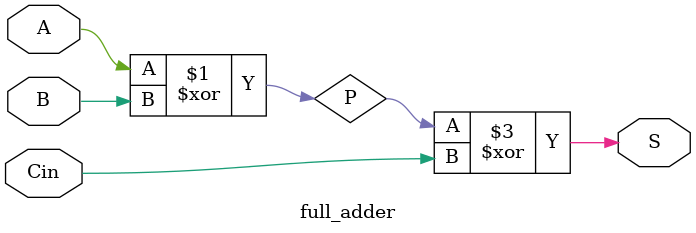
<source format=v>
module full_adder(S, A, B, Cin);

	input A, B, Cin;
	wire P, G;
	output S;
	wire w1, w2, w3;

	xor XOR1(P, A, B);
	and AND1(G, A, B);
	xor XOR2(S, P, Cin);

endmodule
</source>
